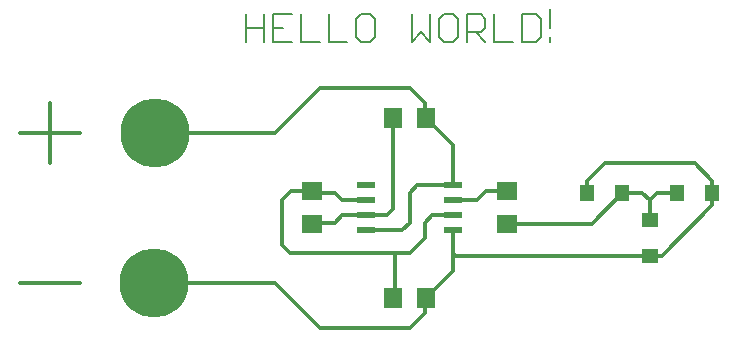
<source format=gtl>
G75*
%MOIN*%
%OFA0B0*%
%FSLAX24Y24*%
%IPPOS*%
%LPD*%
%AMOC8*
5,1,8,0,0,1.08239X$1,22.5*
%
%ADD10C,0.0080*%
%ADD11R,0.0472X0.0551*%
%ADD12R,0.0551X0.0472*%
%ADD13R,0.0709X0.0630*%
%ADD14R,0.0630X0.0709*%
%ADD15C,0.2300*%
%ADD16R,0.0591X0.0236*%
%ADD17C,0.0140*%
D10*
X009710Y014710D02*
X009710Y015631D01*
X009710Y015170D02*
X010324Y015170D01*
X010631Y015170D02*
X010938Y015170D01*
X010631Y014710D02*
X011245Y014710D01*
X011552Y014710D02*
X012165Y014710D01*
X012472Y014710D02*
X013086Y014710D01*
X013393Y014863D02*
X013547Y014710D01*
X013854Y014710D01*
X014007Y014863D01*
X014007Y015477D01*
X013854Y015631D01*
X013547Y015631D01*
X013393Y015477D01*
X013393Y014863D01*
X012472Y014710D02*
X012472Y015631D01*
X011552Y015631D02*
X011552Y014710D01*
X010631Y014710D02*
X010631Y015631D01*
X011245Y015631D01*
X010324Y015631D02*
X010324Y014710D01*
X015235Y014710D02*
X015542Y015017D01*
X015849Y014710D01*
X015849Y015631D01*
X016156Y015477D02*
X016156Y014863D01*
X016309Y014710D01*
X016616Y014710D01*
X016769Y014863D01*
X016769Y015477D01*
X016616Y015631D01*
X016309Y015631D01*
X016156Y015477D01*
X017076Y015631D02*
X017537Y015631D01*
X017690Y015477D01*
X017690Y015170D01*
X017537Y015017D01*
X017076Y015017D01*
X017076Y014710D02*
X017076Y015631D01*
X017383Y015017D02*
X017690Y014710D01*
X017997Y014710D02*
X018611Y014710D01*
X018918Y014710D02*
X019378Y014710D01*
X019532Y014863D01*
X019532Y015477D01*
X019378Y015631D01*
X018918Y015631D01*
X018918Y014710D01*
X019839Y014710D02*
X019839Y014863D01*
X019839Y015170D02*
X019839Y015784D01*
X017997Y015631D02*
X017997Y014710D01*
X015235Y014710D02*
X015235Y015631D01*
D11*
X021079Y009670D03*
X022261Y009670D03*
X024079Y009670D03*
X025261Y009670D03*
D12*
X023170Y008761D03*
X023170Y007579D03*
D13*
X018420Y008619D03*
X018420Y009721D03*
X011920Y009721D03*
X011920Y008619D03*
D14*
X014619Y006170D03*
X015721Y006170D03*
X015721Y012170D03*
X014619Y012170D03*
D15*
X006670Y011670D03*
X006654Y006670D03*
D16*
X013713Y008420D03*
X013713Y008920D03*
X013713Y009420D03*
X013713Y009920D03*
X016621Y009920D03*
X016621Y009420D03*
X016621Y008920D03*
X016621Y008420D03*
D17*
X004170Y006670D02*
X002170Y006670D01*
X006654Y006670D02*
X010670Y006670D01*
X012170Y005170D01*
X015170Y005170D01*
X015670Y005670D01*
X015670Y006119D01*
X015721Y006170D01*
X016621Y007070D01*
X016621Y007670D01*
X016711Y007579D01*
X023170Y007579D01*
X023579Y007579D01*
X025261Y009261D01*
X025261Y009670D01*
X025261Y010079D01*
X024670Y010670D01*
X021670Y010670D01*
X021079Y010079D01*
X021079Y009670D01*
X021249Y008619D02*
X022261Y009670D01*
X022920Y009670D01*
X023170Y009420D01*
X023170Y008761D01*
X023170Y009420D02*
X023420Y009670D01*
X024079Y009670D01*
X021249Y008619D02*
X018420Y008619D01*
X017420Y009420D02*
X016621Y009420D01*
X016621Y009920D02*
X015420Y009920D01*
X015170Y009670D01*
X015170Y008670D01*
X014920Y008420D01*
X013713Y008420D01*
X013713Y008920D02*
X012920Y008920D01*
X012670Y008670D01*
X011971Y008670D01*
X011920Y008619D01*
X011170Y007670D02*
X010920Y007920D01*
X010920Y009420D01*
X011221Y009721D01*
X011920Y009721D01*
X011971Y009670D01*
X012670Y009670D01*
X012920Y009420D01*
X013713Y009420D01*
X013713Y008920D02*
X014420Y008920D01*
X014619Y009119D01*
X014619Y012170D01*
X015670Y012221D02*
X015670Y012670D01*
X015170Y013170D01*
X012170Y013170D01*
X010670Y011670D01*
X006670Y011670D01*
X004170Y011670D02*
X003170Y011670D01*
X003170Y010670D01*
X003170Y011670D02*
X002170Y011670D01*
X003170Y011670D02*
X003170Y012670D01*
X011170Y007670D02*
X014670Y007670D01*
X015170Y007670D01*
X015670Y008170D01*
X015670Y008670D01*
X015920Y008920D01*
X016621Y008920D01*
X016621Y008420D02*
X016621Y007670D01*
X014670Y007670D02*
X014670Y006221D01*
X014619Y006170D01*
X017420Y009420D02*
X017721Y009721D01*
X018420Y009721D01*
X016621Y009920D02*
X016621Y011270D01*
X015721Y012170D01*
X015670Y012221D01*
M02*

</source>
